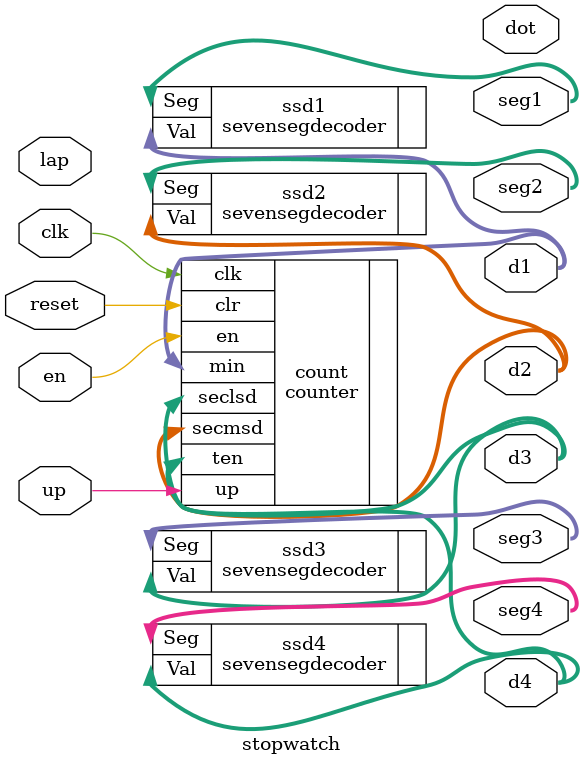
<source format=v>
`include "counter.v"
`include "sevensegdecoder.v"

module stopwatch(clk,en,up,reset,lap,seg1,seg2,seg3,seg4,d1,d2,d3,d4,dot);
	output [6:0] seg1, seg2, seg3, seg4;
	output [3:0] d1,d2,d3,d4; //d1 = minutes | d2d3 = seconds | d4 = tenths
	output dot;	
	input clk,en,up,reset,lap;
		
	counter count(.min(d1),.secmsd(d2),.seclsd(d3),.ten(d4),.clk(clk),
		.clr(reset),.en(en),.up(up));
		
	sevensegdecoder ssd1(.Seg(seg1),.Val(d1));
	sevensegdecoder ssd2(.Seg(seg2),.Val(d2));
	sevensegdecoder ssd3(.Seg(seg3),.Val(d3));
	sevensegdecoder ssd4(.Seg(seg4),.Val(d4));
	
endmodule
</source>
